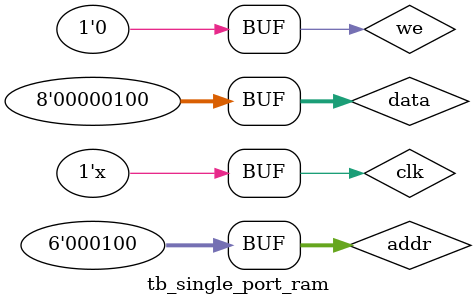
<source format=v>
module tb_single_port_ram;
    reg     [7:0]   data;
    reg     [5:0]   addr;
    reg             we;
    reg             clk;
    wire    [7:0]   q;
    
    
    // DUT inst
    single_port_ram DUT(
        .data   (data),
        .addr   (addr),
        .we     (we),
        .clk    (clk),
        .q      (q)
    );
    
    always #5 clk = ~clk;
    
    initial begin
        #0  // idle
            clk     = 0;
            we      = 1'b0;
            addr    = 6'b00_0000;
            data    = 8'b0;
        
        // write
        
        #10 // write num 0 in addr = 6'b00_0000
            we      = 1'b1;
            addr    = 6'b00_0000;
            data    = 8'd0;
        #10 // write num 1 in addr = 6'b00_0001
            addr    = 6'b00_0001;
            data    = 8'd1;
        #10 // write num 2 in addr = 6'b00_0010
            addr    = 6'b00_0010;
            data    = 8'd2;
        #10 // write num 3 in addr = 6'b00_0011
            addr    = 6'b00_0011;
            data    = 8'd3;
        #10 // write num 4 in addr = 6'b00_0100
            addr    = 6'b00_0100;
            data    = 8'd4;
            
        // read
        
        #10 // read addr = 6'b00_0000
            we      = 1'b0;
            addr    = 6'b00_0000;
        #10 // read addr = 6'b00_0001
            addr    = 6'b00_0001;
        #10 // read addr = 6'b00_0010
            addr    = 6'b00_0010;
        #10 // read addr = 6'b00_0011
            addr    = 6'b00_0011;
        #10 // read addr = 6'b00_0100
            addr    = 6'b00_0100;
    end
    
endmodule
</source>
